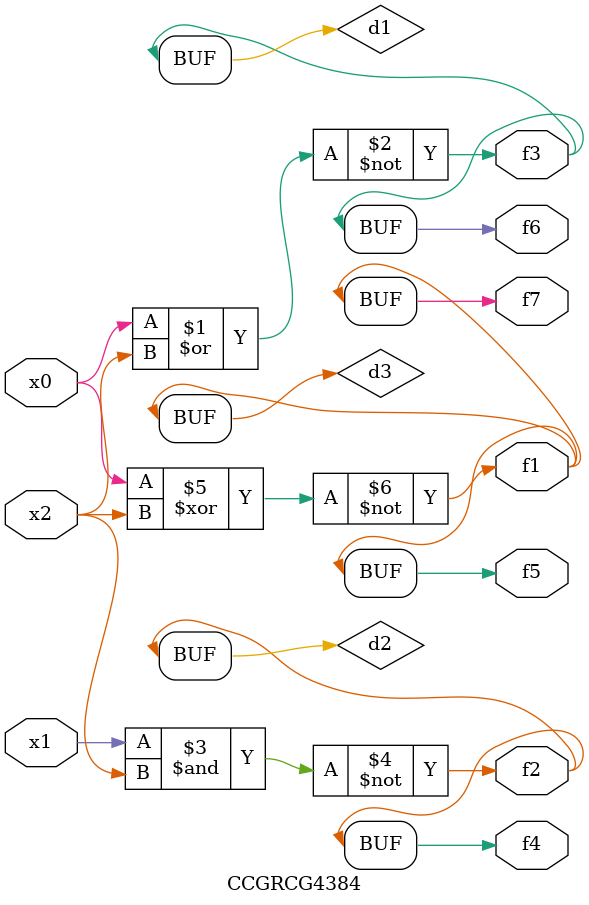
<source format=v>
module CCGRCG4384(
	input x0, x1, x2,
	output f1, f2, f3, f4, f5, f6, f7
);

	wire d1, d2, d3;

	nor (d1, x0, x2);
	nand (d2, x1, x2);
	xnor (d3, x0, x2);
	assign f1 = d3;
	assign f2 = d2;
	assign f3 = d1;
	assign f4 = d2;
	assign f5 = d3;
	assign f6 = d1;
	assign f7 = d3;
endmodule

</source>
